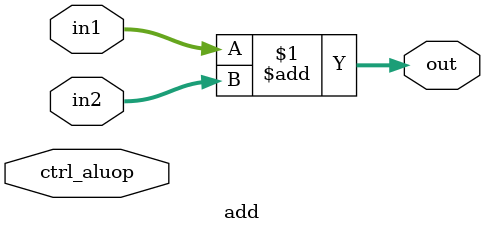
<source format=v>
`timescale 1ns / 1ps
module add(
    input [7:0] in1,
    input [7:0] in2,
    output [7:0] out,
    input ctrl_aluop
);

    assign out = in1 + in2;
endmodule

</source>
